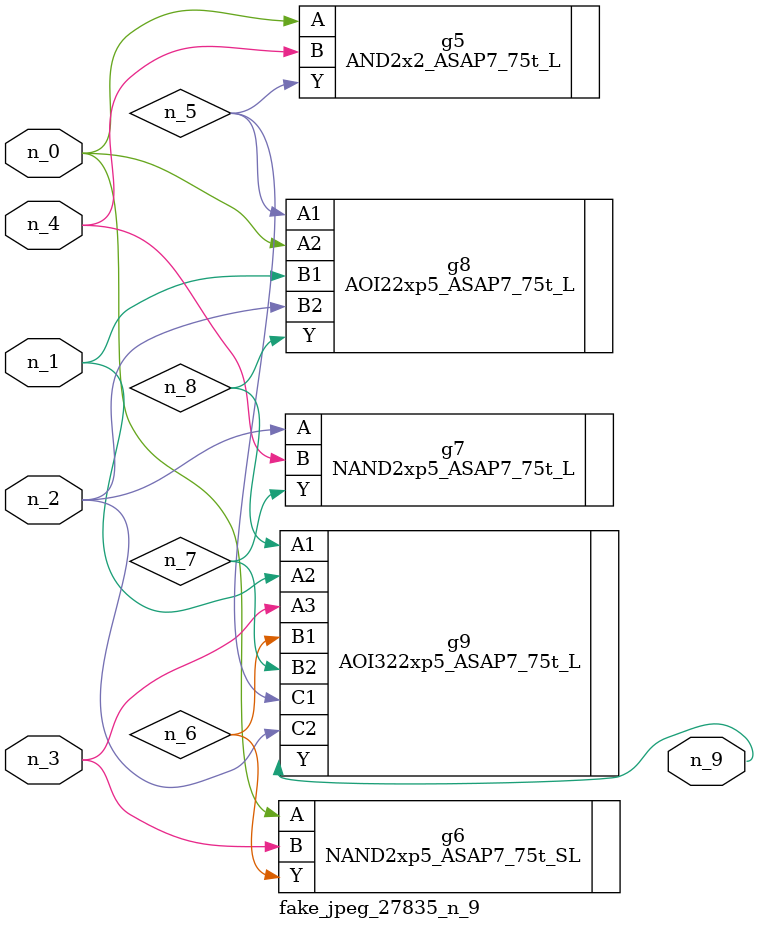
<source format=v>
module fake_jpeg_27835_n_9 (n_3, n_2, n_1, n_0, n_4, n_9);

input n_3;
input n_2;
input n_1;
input n_0;
input n_4;

output n_9;

wire n_8;
wire n_6;
wire n_5;
wire n_7;

AND2x2_ASAP7_75t_L g5 ( 
.A(n_0),
.B(n_4),
.Y(n_5)
);

NAND2xp5_ASAP7_75t_SL g6 ( 
.A(n_0),
.B(n_3),
.Y(n_6)
);

NAND2xp5_ASAP7_75t_L g7 ( 
.A(n_2),
.B(n_4),
.Y(n_7)
);

AOI22xp5_ASAP7_75t_L g8 ( 
.A1(n_5),
.A2(n_0),
.B1(n_1),
.B2(n_2),
.Y(n_8)
);

AOI322xp5_ASAP7_75t_L g9 ( 
.A1(n_8),
.A2(n_1),
.A3(n_3),
.B1(n_6),
.B2(n_7),
.C1(n_5),
.C2(n_2),
.Y(n_9)
);


endmodule
</source>
